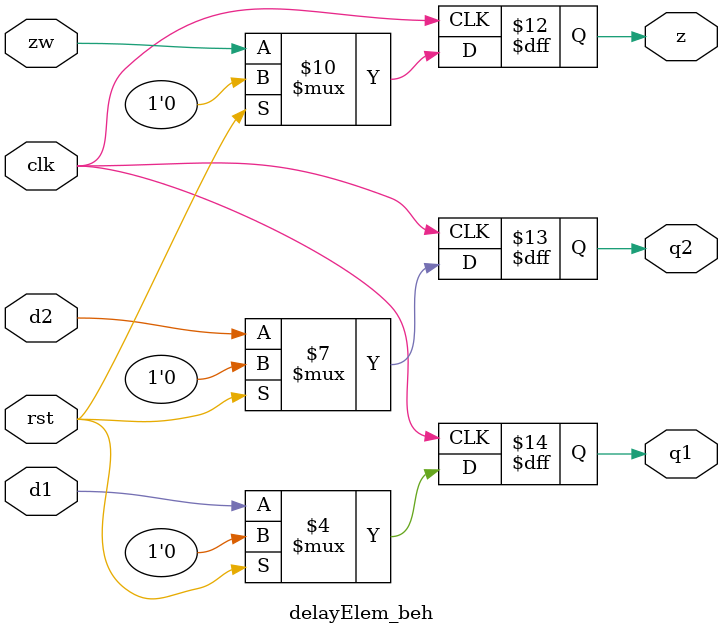
<source format=v>
`timescale 1ns / 1ps
module count01(x, z, clk, rst);
input x, clk, rst;
output z;
wire z;

wire q2, q1;
wire d2, d1, zw;

stateTransFn_beh stfb(d2, d1, x, q2, q1);
outputFn_beh ofb(zw, x, q2, q1);
delayElem_beh deb(z, q2, q1, zw, d2, d1, clk, rst);

endmodule

module stateTransFn_beh (d2, d1, x, q2, q1);
input x, q2, q1;
output d2, d1;
wire d2, d1;
assign d2 = x;
assign d1 = (~x&~q1)|(~x&q2)|(q2&~q1);
endmodule

module outputFn_beh (zw, x, q2, q1);
input x, q2, q1;
output zw;
wire zw;
assign zw = (q1&q2&~x)|(x&~q2&q1);
endmodule

module delayElem_beh (z, q2, q1, zw, d2, d1, clk, rst);
input zw, d2, d1, clk, rst;
output z, q2, q1;
reg z, q2, q1;
always @(posedge clk)
	if(rst==1)
	begin
		z <= 0;
		q2 <= 0;
		q1 <= 0;
	end
	else
	begin
		z <= zw;
		q2 <= d2;
		q1 <= d1;
	end
endmodule

</source>
